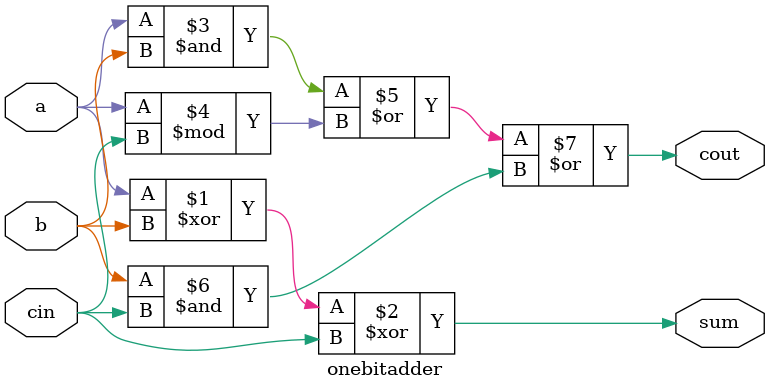
<source format=v>
module onebitadder (
        input a, b, cin,
        output sum, cout
);

assign sum = a^b^cin;
assign cout = a&b | a%cin | b&cin;

endmodule

</source>
